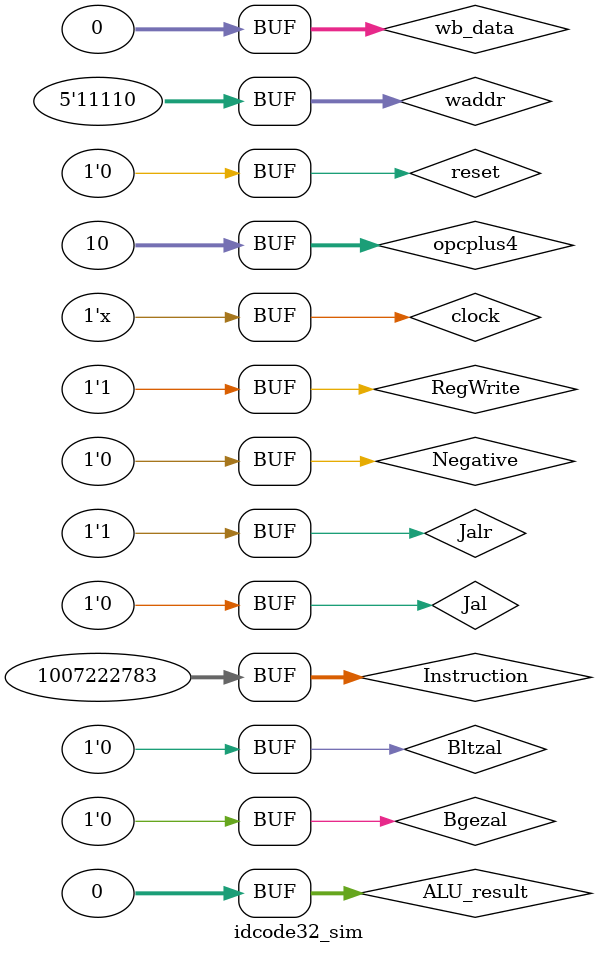
<source format=v>
`timescale 1ns / 1ps


module idcode32_sim(
    );
    // input 
    reg        reset = 1'b1;
    reg        clock = 1'b0;
    reg[31:0]  opcplus4 = 32'h00000000;         // À´×ÔÈ¡Ö¸µ¥Ôª£¬JALÖÐÓÃ
    reg[31:0]  Instruction = 32'h00000000;      // È¡Ö¸µ¥ÔªÀ´µÄÖ¸Áî£¬add $7,$2,$3
    reg[31:0]  wb_data = 32'h00000000;          // ´ÓDATA RAM or I/O portÈ¡³öµÄÊý¾Ý        
    reg[31:0]  ALU_result = 32'h00000000;       // ´ÓÖ´ÐÐµ¥ÔªÀ´µÄÔËËãµÄ½á¹û£¬ÐèÒªÀ©Õ¹Á¢¼´Êýµ½32Î»
    reg[4:0]   waddr = 5'b00000;                    

    reg        Jal = 1'b0; 
    reg        Jalr = 1'b0; 
    reg        Bgezal = 1'b0;
    reg        Bltzal = 1'b0;
    reg        Negative = 1'b0;
    reg        RegWrite = 1'b0;  
    
    // output
    wire [25:0]   Jump_PC;
    wire [31:0]   read_data_1;    // Êä³öµÄµÚÒ»²Ù×÷Êý
    wire [31:0]   read_data_2;    // Êä³öµÄµÚ¶þ²Ù×÷Êý
    wire [4:0]    write_address_1;// r-formÖ¸ÁîÒªÐ´µÄ¼Ä´æÆ÷µÄºÅ£¨rd£©
    wire [4:0]    write_address_0;// i-formÖ¸ÁîÒªÐ´µÄ¼Ä´æÆ÷µÄºÅ(rt)
    wire [31:0]   write_data;     // ÒªÐ´Èë¼Ä´æÆ÷µÄÊý¾Ý
    wire [31:0]   Sign_extend;    // ÒëÂëµ¥ÔªÊä³öµÄÀ©Õ¹ºóµÄ32Î»Á¢¼´Êý
    wire [4:0]    rs;             // rs
    
    Idecode32 Uid(reset,clock,opcplus4,Instruction,wb_data,
                     ALU_result,waddr,Jal,Jalr,Bgezal,Bltzal,Negative,RegWrite,
                     Jump_PC,read_data_1,read_data_2,write_address_1,write_address_0,
                     write_data,Sign_extend,rs);

    initial begin
        #200   reset = 1'b0;
        #200   begin Instruction = 32'h3c08ffff;  //lui 	$8,0xffff
               end
        #100   begin Instruction = 32'h2409003d;  //addiu $9,$0,61
               end
        #100   begin Instruction = 32'h01095020;  //add	$10,$8,$9
                     RegWrite = 1'b1;
               end
        #100   begin Instruction = 32'h0c000005;  //jal 	lop1
                     opcplus4 = 32'h00000001; 
                     wb_data = 32'hffff0000;
                     waddr = 5'h8;
               end
        #100   begin Instruction = 32'h00000000;
                     opcplus4 = 32'h00000002; 
                     wb_data = 32'h0000003d;
                     waddr = 5'h9;
               end
        #100   begin Instruction = 32'h05910002;  //bgezal $12,2
                     opcplus4 = 32'h00000003;
                     wb_data = 32'hffff003d;
                     waddr = 5'ha; 
               end
        #100   begin Instruction = 32'h04100003;  //bltzal $0,3
                     opcplus4 = 32'h00000004;
                     wb_data = 32'h00000000;
                     waddr = 5'h0; 
                     Jal=1'b1;
               end
        #100   begin Instruction = 32'h00000000;
                     opcplus4 = 32'h00000000; 
                     wb_data = 32'h00000030;
                     waddr = 5'h0;
                     Jal=1'b0;
               end
        #100   begin Instruction = 32'h0000f009;  //jalr	$30,$0
                     opcplus4 = 32'h00000006;
                     wb_data = 32'hfffffffb;
                     waddr = 5'h11; 
                     Bgezal=1'b1;
               end
        #100   begin Instruction = 32'h00000000;  //jalr	$30,$0
                     opcplus4 = 32'h00000009;
                     wb_data = 32'hfffffff0;
                     waddr = 5'h10; 
                     Bgezal=1'b0;
                     Bltzal=1'b1;
               end
        #100   begin Instruction = 32'h3c08ffff; 
                     opcplus4 = 32'h00000000;
                     wb_data = 32'h00000000;
                     waddr = 5'h00; 
                     Bltzal=1'b0;
               end
        #100   begin 
                     opcplus4 = 32'h0000000a;
                     waddr = 5'h1e;
                     Jalr=1'b1;
               end
    end 
    always #50 clock = ~clock;            
    //ÒªÑÓ³ÙÈý¸ö°ëÖÜÆÚ¿´µ½Ð´µÄ½á¹û
endmodule

</source>
